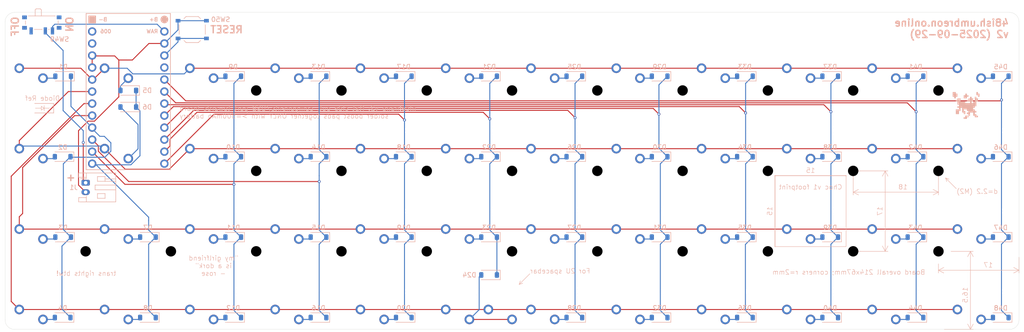
<source format=kicad_pcb>
(kicad_pcb
	(version 20241229)
	(generator "pcbnew")
	(generator_version "9.0")
	(general
		(thickness 1.6)
		(legacy_teardrops no)
	)
	(paper "A3")
	(title_block
		(title "plank")
		(rev "v1.0.0")
		(company "Unknown")
	)
	(layers
		(0 "F.Cu" signal)
		(2 "B.Cu" signal)
		(9 "F.Adhes" user "F.Adhesive")
		(11 "B.Adhes" user "B.Adhesive")
		(13 "F.Paste" user)
		(15 "B.Paste" user)
		(5 "F.SilkS" user "F.Silkscreen")
		(7 "B.SilkS" user "B.Silkscreen")
		(1 "F.Mask" user)
		(3 "B.Mask" user)
		(17 "Dwgs.User" user "User.Drawings")
		(19 "Cmts.User" user "User.Comments")
		(21 "Eco1.User" user "User.Eco1")
		(23 "Eco2.User" user "User.Eco2")
		(25 "Edge.Cuts" user)
		(27 "Margin" user)
		(31 "F.CrtYd" user "F.Courtyard")
		(29 "B.CrtYd" user "B.Courtyard")
		(35 "F.Fab" user)
		(33 "B.Fab" user)
	)
	(setup
		(pad_to_mask_clearance 0)
		(allow_soldermask_bridges_in_footprints no)
		(tenting front back)
		(pcbplotparams
			(layerselection 0x00000000_00000000_55555555_5755f5ff)
			(plot_on_all_layers_selection 0x00000000_00000000_00000000_00000000)
			(disableapertmacros no)
			(usegerberextensions no)
			(usegerberattributes yes)
			(usegerberadvancedattributes yes)
			(creategerberjobfile yes)
			(dashed_line_dash_ratio 12.000000)
			(dashed_line_gap_ratio 3.000000)
			(svgprecision 4)
			(plotframeref no)
			(mode 1)
			(useauxorigin no)
			(hpglpennumber 1)
			(hpglpenspeed 20)
			(hpglpendiameter 15.000000)
			(pdf_front_fp_property_popups yes)
			(pdf_back_fp_property_popups yes)
			(pdf_metadata yes)
			(pdf_single_document no)
			(dxfpolygonmode yes)
			(dxfimperialunits yes)
			(dxfusepcbnewfont yes)
			(psnegative no)
			(psa4output no)
			(plot_black_and_white yes)
			(sketchpadsonfab no)
			(plotpadnumbers no)
			(hidednponfab no)
			(sketchdnponfab yes)
			(crossoutdnponfab yes)
			(subtractmaskfromsilk no)
			(outputformat 1)
			(mirror no)
			(drillshape 0)
			(scaleselection 1)
			(outputdirectory "48ish_soldered_out/")
		)
	)
	(net 0 "")
	(net 1 "Net-(D1-A)")
	(net 2 "/col0")
	(net 3 "Net-(D2-A)")
	(net 4 "Net-(D3-A)")
	(net 5 "Net-(D4-A)")
	(net 6 "/col1")
	(net 7 "Net-(D5-A)")
	(net 8 "Net-(D6-A)")
	(net 9 "Net-(D7-A)")
	(net 10 "Net-(D8-A)")
	(net 11 "Net-(D9-A)")
	(net 12 "/col2")
	(net 13 "Net-(D10-A)")
	(net 14 "Net-(D11-A)")
	(net 15 "Net-(D12-A)")
	(net 16 "/col3")
	(net 17 "Net-(D13-A)")
	(net 18 "Net-(D14-A)")
	(net 19 "Net-(D15-A)")
	(net 20 "Net-(D16-A)")
	(net 21 "Net-(D17-A)")
	(net 22 "/col4")
	(net 23 "Net-(D18-A)")
	(net 24 "Net-(D19-A)")
	(net 25 "Net-(D20-A)")
	(net 26 "Net-(D21-A)")
	(net 27 "/col5")
	(net 28 "Net-(D22-A)")
	(net 29 "Net-(D23-A)")
	(net 30 "Net-(D24-A)")
	(net 31 "Net-(D25-A)")
	(net 32 "/col6")
	(net 33 "Net-(D26-A)")
	(net 34 "Net-(D27-A)")
	(net 35 "Net-(D28-A)")
	(net 36 "/col7")
	(net 37 "Net-(D29-A)")
	(net 38 "Net-(D30-A)")
	(net 39 "Net-(D31-A)")
	(net 40 "Net-(D32-A)")
	(net 41 "Net-(D33-A)")
	(net 42 "/col8")
	(net 43 "Net-(D34-A)")
	(net 44 "Net-(D35-A)")
	(net 45 "Net-(D36-A)")
	(net 46 "Net-(D37-A)")
	(net 47 "/col9")
	(net 48 "Net-(D38-A)")
	(net 49 "Net-(D39-A)")
	(net 50 "Net-(D40-A)")
	(net 51 "Net-(D41-A)")
	(net 52 "/col10")
	(net 53 "Net-(D42-A)")
	(net 54 "Net-(D43-A)")
	(net 55 "Net-(D44-A)")
	(net 56 "/col11")
	(net 57 "Net-(D45-A)")
	(net 58 "Net-(D46-A)")
	(net 59 "Net-(D47-A)")
	(net 60 "Net-(D48-A)")
	(net 61 "Net-(J1-Pin_1)")
	(net 62 "VBAT")
	(net 63 "/row0")
	(net 64 "/row2")
	(net 65 "GND")
	(net 66 "unconnected-(U1-P0{slash}RX-Pad2)")
	(net 67 "/row3")
	(net 68 "unconnected-(U1-P1{slash}TX-Pad1)")
	(net 69 "/row1")
	(net 70 "Net-(SW50-A)")
	(net 71 "unconnected-(SW49-A-Pad1)")
	(net 72 "unconnected-(U1-VCC-Pad16)")
	(footprint "stuff:Choc_v1" (layer "F.Cu") (at 134.5 128))
	(footprint "stuff:Choc_v1" (layer "F.Cu") (at 242.5 128))
	(footprint "stuff:Choc_v1" (layer "F.Cu") (at 188.5 128))
	(footprint "stuff:shitty_m2_mounting_hole" (layer "F.Cu") (at 161.5 136.5))
	(footprint "stuff:Choc_v1" (layer "F.Cu") (at 278.5 111))
	(footprint "stuff:shitty_m2_mounting_hole" (layer "F.Cu") (at 197.5 153.5))
	(footprint "stuff:shitty_m2_mounting_hole" (layer "F.Cu") (at 305.5 136.5))
	(footprint "stuff:Choc_v1" (layer "F.Cu") (at 206.5 111))
	(footprint "stuff:Choc_v1" (layer "F.Cu") (at 170.5 145))
	(footprint "stuff:Choc_v1" (layer "F.Cu") (at 260.5 111))
	(footprint "stuff:Choc_v1" (layer "F.Cu") (at 152.5 128))
	(footprint "stuff:shitty_m2_mounting_hole" (layer "F.Cu") (at 287.5 153.5))
	(footprint "stuff:Choc_v1" (layer "F.Cu") (at 116.5 128))
	(footprint "stuff:Choc_v1" (layer "F.Cu") (at 224.5 128))
	(footprint "stuff:shitty_m2_mounting_hole" (layer "F.Cu") (at 179.5 153.5))
	(footprint "stuff:Choc_v1" (layer "F.Cu") (at 224.5 145))
	(footprint "stuff:Choc_v1" (layer "F.Cu") (at 134.5 111))
	(footprint "stuff:shitty_m2_mounting_hole" (layer "F.Cu") (at 215.5 119.5))
	(footprint "stuff:shitty_m2_mounting_hole" (layer "F.Cu") (at 269.5 153.5))
	(footprint "stuff:Choc_v1" (layer "F.Cu") (at 314.5 145))
	(footprint "stuff:Choc_v1" (layer "F.Cu") (at 314.5 128))
	(footprint "stuff:Choc_v1" (layer "F.Cu") (at 278.5 162))
	(footprint "stuff:shitty_m2_mounting_hole" (layer "F.Cu") (at 197.5 136.5))
	(footprint "stuff:Choc_v1" (layer "F.Cu") (at 224.5 111))
	(footprint "stuff:Choc_v1" (layer "F.Cu") (at 260.5 162))
	(footprint "stuff:shitty_m2_mounting_hole" (layer "F.Cu") (at 233.5 136.5))
	(footprint "stuff:Choc_v1" (layer "F.Cu") (at 188.5 162))
	(footprint "stuff:Choc_v1" (layer "F.Cu") (at 152.5 162))
	(footprint "stuff:Choc_v1" (layer "F.Cu") (at 116.5 162))
	(footprint "stuff:shitty_m2_mounting_hole" (layer "F.Cu") (at 233.5 153.5))
	(footprint "stuff:shitty_m2_mounting_hole" (layer "F.Cu") (at 161.5 153.5))
	(footprint "stuff:Choc_v1" (layer "F.Cu") (at 170.5 162))
	(footprint "stuff:Choc_v1" (layer "F.Cu") (at 278.5 128))
	(footprint "stuff:Choc_v1" (layer "F.Cu") (at 116.5 145))
	(footprint "stuff:Choc_v1" (layer "F.Cu") (at 260.5 128))
	(footprint "stuff:Choc_v1" (layer "F.Cu") (at 206.5 128))
	(footprint "stuff:Choc_v1" (layer "F.Cu") (at 242.5 111))
	(footprint "stuff:shitty_m2_mounting_hole" (layer "F.Cu") (at 251.5 136.5))
	(footprint "stuff:Choc_v1" (layer "F.Cu") (at 242.5 145))
	(footprint "stuff:Choc_v1" (layer "F.Cu") (at 215.5 162))
	(footprint "stuff:Choc_v1" (layer "F.Cu") (at 134.5 145))
	(footprint "stuff:Choc_v1" (layer "F.Cu") (at 296.5 145))
	(footprint "stuff:shitty_m2_mounting_hole" (layer "F.Cu") (at 251.5 119.5))
	(footprint "stuff:Choc_v1" (layer "F.Cu") (at 170.5 128))
	(footprint "stuff:Choc_v1" (layer "F.Cu") (at 296.5 162))
	(footprint "stuff:Choc_v1" (layer "F.Cu") (at 314.5 111))
	(footprint "stuff:shitty_m2_mounting_hole" (layer "F.Cu") (at 197.5 119.5))
	(footprint "stuff:Choc_v1" (layer "F.Cu") (at 260.5 145))
	(footprint "stuff:Choc_v1" (layer "F.Cu") (at 170.5 111))
	(footprint "stuff:Choc_v1" (layer "F.Cu") (at 116.5 111))
	(footprint "stuff:shitty_m2_mounting_hole" (layer "F.Cu") (at 233.5 119.5))
	(footprint "stuff:Choc_v1" (layer "F.Cu") (at 152.5 111))
	(footprint "stuff:shitty_m2_mounting_hole" (layer "F.Cu") (at 305.5 119.5))
	(footprint "stuff:shitty_m2_mounting_hole" (layer "F.Cu") (at 179.5 119.5))
	(footprint "stuff:shitty_m2_mounting_hole" (layer "F.Cu") (at 287.5 119.5))
	(footprint "stuff:Choc_v1" (layer "F.Cu") (at 188.5 111))
	(footprint "stuff:Choc_v1"
		(layer "F.Cu")
		(uuid "a7b66de5-a523-4388-96a2-dbc5aede52e0")
		(at 206.5 162)
		(property "Reference" "SW24"
			(at 0 0 0)
			(layer "F.SilkS")
			(hide yes)
			(uuid "9e6bef2b-fec0-4290-b7be-f5a19a19c1e5")
			(effects
				(font
					(size 1.27 1.27)
					(thickness 0.15)
				)
			)
		)
		(property "Value" "SW_SPST"
			(at 0 0 0)
			(layer "F.SilkS")
			(hide yes)
			(uuid "f321ff4f-09e2-42d3-a572-f5847d26c9d4")
			(effects
				(font
					(size 1.27 1.27)
					(thickness 0.15)
				)
			)
		)
		(property "Datasheet" "~"
			(at 0 0 0)
			(layer "F.Fab")
			(hide yes)
			(uuid "f09fd434-e0be-489a-b7d1-cbc9588999b3")
			(effects
				(font
					(size 1.27 1.27)
					(thickness 0.15)
				)
			)
		)
		(property "Description" "Choc v1 keyswitch"
			(at 0 0 0)
			(layer "F.Fab")
			(hide yes)
			(uuid "ed1681d9-22e3-4c46-ac14-95d414ed05af")
			(effects
				(font
					(size 1.27 1.27)
					(thickness 0.15)
				)
			)
		)
		(property "JLCPCB Part Number" ""
			(at 0 0 0)
			(unlocked yes)
			(layer "F.Fab")
			(hide yes)
			(uuid "0789c039-6cf3-4b81-8174-d043e68d6612")
			(effects
				(font
					(size 1 1)
					(thickness 0.15)
				)
			)
		)
		(path "/cc581630-d5ec-4eb5-8816-96c4ce2eb12b")
		(sheetname "/")
		(sheetfile "48ish_soldered.kicad_sch")
		(attr through_hole exclude_from_bom)
		(fp_line
			(start -9 -8.5)
			(end 9 -8.5)
			(stroke
				(width 0.15)
				(type solid)
			)
			(layer "Dwgs.User")
			(uuid "7f5bbb4f-71a4-4230-b2a5-3812f2c24886")
		)
		(fp_line
			(start -9 8.5)
			(end -9 -8.5)
			(stroke
				(width 0.15)
				(type solid)
			)
			(layer "Dwgs.User")
			(uuid "3ccc1e02-44f4-448d-a719-5d17fba80eec")
		)
		(fp_line
			(start -7 -6)
			(end -7 -7)
			(stroke
				(width 0.15)
				(type solid)
			)
			(layer "Dwgs.User")
			(uuid "3ddfae5f-2da4-44de-82b5-5320776196f4")
		)
		(fp_line
			(start -7 7)
			(end -7 6)
			(stroke
				(width 0.15)
				(type solid)
			)
			(layer "Dwgs.User")
			(uuid "b901dece-80b4-4e6f-bf12-4577a5ba6427")
		)
		(fp_line
			(start -7 7)
			(end -6 7)
			(stroke
				(width 0.15)
				(type solid)
			)
			(layer "Dwgs.User")
			(uuid "c17e7381-4a16-4a97-b8b0-92080b0d1b90")
		)
		(fp_line
			(start -6 -7)
			(end -7 -7)
			(stroke
				(width 0.15)
				(type solid)
			)
			(layer "Dwgs.User")
			(uuid "0dc31092-0453-4779-8ea5-bb12854fdd7e")
		)
		(fp_line
			(start 6 7)
			(end 7 7)
			(stroke
				(width 0.15)
				(type solid)
			)
			(layer "Dwgs.User")
			(uuid "884893c0-fed7-419d-bd07-ceef1e137390")
		)
		(fp_line
			(start 7 -7)
			(end 6 -7)
			(stroke
				(width 0.15)
				(type solid)
			)
		
... [465691 chars truncated]
</source>
